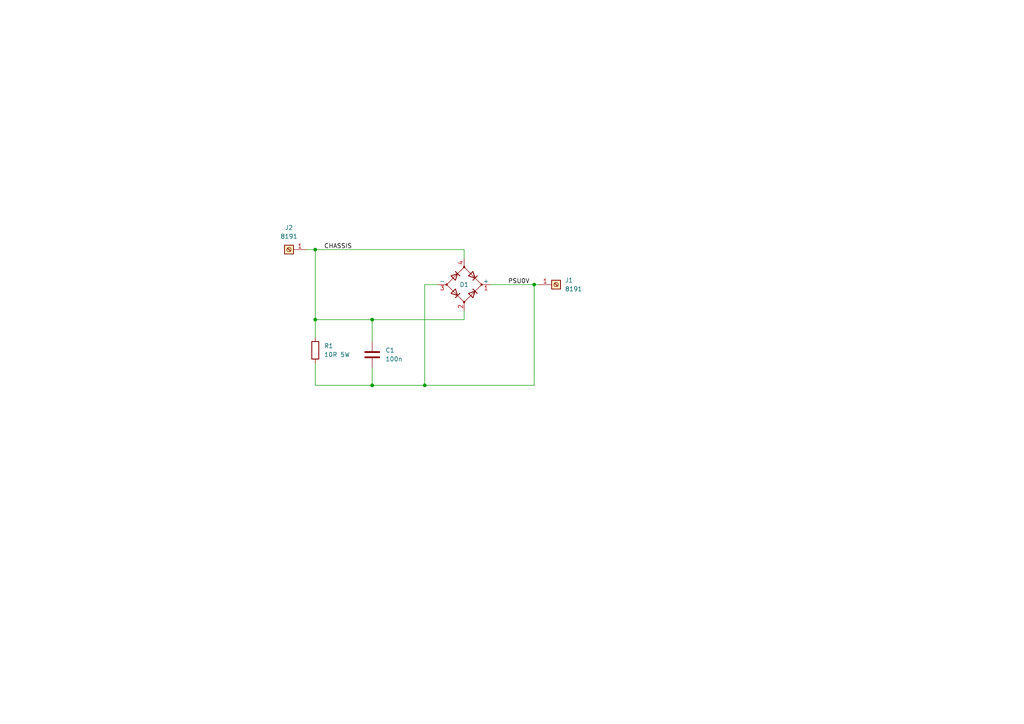
<source format=kicad_sch>
(kicad_sch (version 20230121) (generator eeschema)
  (paper "A4")
  (lib_symbols
    (symbol "Connector:Screw_Terminal_01x01" (pin_names (offset 1.016) hide)
      (property "Reference" "J" (at 0 2.54 0))
      (property "Value" "Screw_Terminal_01x01" (at 0 -2.54 0))
      (symbol "Screw_Terminal_01x01_1_1"
        (rectangle (start -1.27 1.27) (end 1.27 -1.27) (stroke (width 0.254)) (fill (type background)))
        (polyline (pts (xy -0.5334 0.3302) (xy 0.3302 -0.508)) (stroke (width 0.1524)))
        (polyline (pts (xy -0.3556 0.508) (xy 0.508 -0.3302)) (stroke (width 0.1524)))
        (circle (center 0 0) (radius 0.635) (stroke (width 0.1524)))
        (pin passive line (at -5.08 0 0) (length 3.81) (name "Pin_1") (number "1"))
      )
    )
    (symbol "Device:C" (pin_numbers hide) (pin_names (offset 0.254))
      (property "Reference" "C" (at 0.635 2.54 0))
      (property "Value" "C" (at 0.635 -2.54 0))
      (symbol "C_0_1"
        (polyline (pts (xy -2.032 -0.762) (xy 2.032 -0.762)) (stroke (width 0.508)))
        (polyline (pts (xy -2.032 0.762) (xy 2.032 0.762)) (stroke (width 0.508)))
      )
      (symbol "C_1_1"
        (pin passive line (at 0 3.81 270) (length 2.794) (name "~") (number "1"))
        (pin passive line (at 0 -3.81 90) (length 2.794) (name "~") (number "2"))
      )
    )
    (symbol "Device:D_Bridge_+A-A" (pin_names (offset 0))
      (property "Reference" "D" (at 2.54 6.985 0))
      (property "Value" "D_Bridge_+A-A" (at 2.54 5.08 0))
      (symbol "D_Bridge_+A-A_0_1"
        (circle (center -5.08 0) (radius 0.254) (fill (type outline)))
        (circle (center 0 -5.08) (radius 0.254) (fill (type outline)))
        (polyline (pts (xy -2.54 3.81) (xy -1.27 2.54)) (stroke (width 0.254)))
        (polyline (pts (xy -1.27 -2.54) (xy -2.54 -3.81)) (stroke (width 0.254)))
        (polyline (pts (xy 2.54 -1.27) (xy 3.81 -2.54)) (stroke (width 0.254)))
        (polyline (pts (xy 2.54 1.27) (xy 3.81 2.54)) (stroke (width 0.254)))
        (polyline (pts (xy -3.81 2.54) (xy -2.54 1.27) (xy -1.905 3.175) (xy -3.81 2.54)) (stroke (width 0.254)))
        (polyline (pts (xy -2.54 -1.27) (xy -3.81 -2.54) (xy -1.905 -3.175) (xy -2.54 -1.27)) (stroke (width 0.254)))
        (polyline (pts (xy 1.27 2.54) (xy 2.54 3.81) (xy 3.175 1.905) (xy 1.27 2.54)) (stroke (width 0.254)))
        (polyline (pts (xy 3.175 -1.905) (xy 1.27 -2.54) (xy 2.54 -3.81) (xy 3.175 -1.905)) (stroke (width 0.254)))
        (polyline (pts (xy -5.08 0) (xy 0 -5.08) (xy 5.08 0) (xy 0 5.08) (xy -5.08 0)))
        (circle (center 0 5.08) (radius 0.254) (fill (type outline)))
        (circle (center 5.08 0) (radius 0.254) (fill (type outline)))
      )
      (symbol "D_Bridge_+A-A_1_1"
        (pin passive line (at 7.62 0 180) (length 2.54) (name "+") (number "1"))
        (pin passive line (at 0 -7.62 90) (length 2.54) (name "~") (number "2"))
        (pin passive line (at -7.62 0 0) (length 2.54) (name "-") (number "3"))
        (pin passive line (at 0 7.62 270) (length 2.54) (name "~") (number "4"))
      )
    )
    (symbol "Device:R" (pin_numbers hide) (pin_names (offset 0))
      (property "Reference" "R" (at 2.032 0 90))
      (property "Value" "R" (at 0 0 90))
      (symbol "R_0_1"
        (rectangle (start -1.016 -2.54) (end 1.016 2.54) (stroke (width 0.254)))
      )
      (symbol "R_1_1"
        (pin passive line (at 0 3.81 270) (length 1.27) (name "~") (number "1"))
        (pin passive line (at 0 -3.81 90) (length 1.27) (name "~") (number "2"))
      )
    )
  )
  (junction (at 91.44 72.39))
  (junction (at 91.44 92.71))
  (junction (at 154.94 82.55))
  (junction (at 107.95 92.71))
  (junction (at 123.19 111.76))
  (junction (at 107.95 111.76))
  (wire (pts (xy 91.44 111.76) (xy 107.95 111.76)))
  (wire (pts (xy 154.94 82.55) (xy 156.21 82.55)))
  (wire (pts (xy 123.19 82.55) (xy 123.19 111.76)))
  (wire (pts (xy 134.62 90.17) (xy 134.62 92.71)))
  (wire (pts (xy 154.94 111.76) (xy 154.94 82.55)))
  (wire (pts (xy 91.44 92.71) (xy 91.44 72.39)))
  (wire (pts (xy 91.44 72.39) (xy 134.62 72.39)))
  (wire (pts (xy 127 82.55) (xy 123.19 82.55)))
  (wire (pts (xy 134.62 74.93) (xy 134.62 72.39)))
  (wire (pts (xy 88.9 72.39) (xy 91.44 72.39)))
  (wire (pts (xy 107.95 111.76) (xy 123.19 111.76)))
  (wire (pts (xy 91.44 105.41) (xy 91.44 111.76)))
  (wire (pts (xy 123.19 111.76) (xy 154.94 111.76)))
  (wire (pts (xy 91.44 92.71) (xy 107.95 92.71)))
  (wire (pts (xy 142.24 82.55) (xy 154.94 82.55)))
  (wire (pts (xy 107.95 92.71) (xy 134.62 92.71)))
  (wire (pts (xy 107.95 106.68) (xy 107.95 111.76)))
  (wire (pts (xy 107.95 92.71) (xy 107.95 99.06)))
  (wire (pts (xy 91.44 92.71) (xy 91.44 97.79)))
  (label "PSU0V" (at 147.32 82.55 0))
  (label "CHASSIS" (at 93.98 72.39 0))
  (symbol (lib_id "Device:D_Bridge_+A-A") (at 134.62 82.55 0) (unit 1)
    (property "Reference" "D1" (at 134.62 82.55 0))
    (property "Value" "D_Bridge_+A-A" (effects hide))
    (property "Footprint" "Diode_THT:Diode_Bridge_28.6x28.6x7.3mm_P18.0mm_P11.6mm" (effects hide))
  )
  (symbol (lib_id "Device:R") (at 91.44 101.6 180) (unit 1)
    (property "Reference" "R1" (at 93.98 100.33 0) (effects (justify right)))
    (property "Value" "10R 5W" (at 93.98 102.87 0) (effects (justify right)))
    (property "Footprint" "CustomKicadFootprint:VishayAC05" (effects hide))
  )
  (symbol (lib_id "Connector:Screw_Terminal_01x01") (at 83.82 72.39 180) (unit 1)
    (property "Reference" "J2" (at 83.82 66.04 0))
    (property "Value" "8191" (at 83.82 68.58 0))
    (property "Footprint" "CustomKicadFootprint:KEYSTONE_8191" (effects hide))
  )
  (symbol (lib_id "Device:C") (at 107.95 102.87 180) (unit 1)
    (property "Reference" "C1" (at 111.76 101.6 0) (effects (justify right)))
    (property "Value" "100n" (at 111.76 104.14 0) (effects (justify right)))
    (property "Footprint" "Capacitor_THT:C_Rect_L13.0mm_W6.0mm_P10.00mm_FKS3_FKP3_MKS4" (effects hide))
  )
  (symbol (lib_id "Connector:Screw_Terminal_01x01") (at 161.29 82.55 0) (unit 1)
    (property "Reference" "J1" (at 163.83 81.28 0) (effects (justify left)))
    (property "Value" "8191" (at 163.83 83.82 0) (effects (justify left)))
    (property "Footprint" "CustomKicadFootprint:KEYSTONE_8191" (effects hide))
  )
)
</source>
